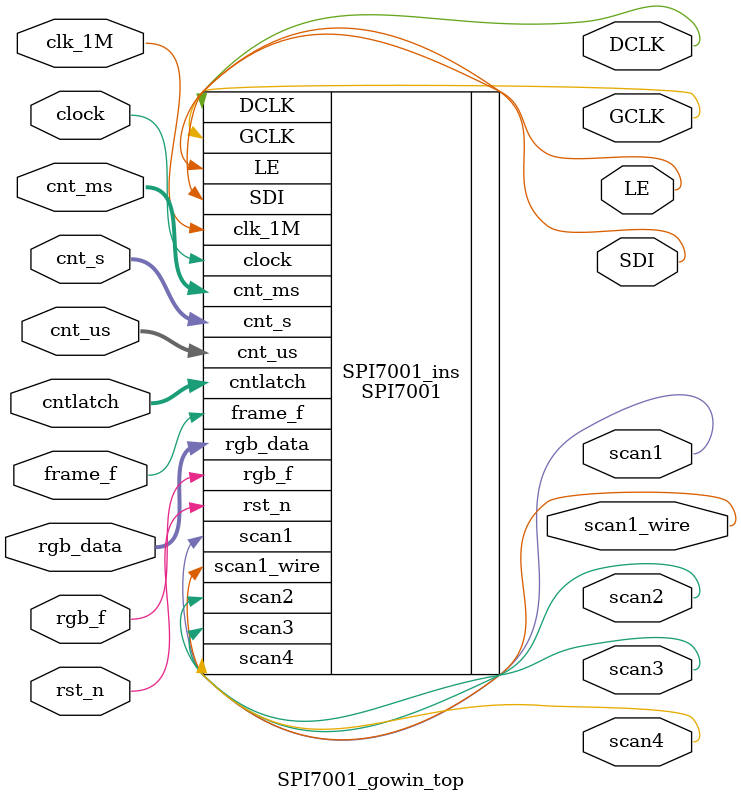
<source format=v>

module SPI7001_gowin_top (
    clock,
    clk_1M,
    rst_n,
    frame_f,
    rgb_f,
    rgb_data,
    cnt_s,
    cnt_ms,
    cnt_us,
    cntlatch,
    LE,
    DCLK,
    SDI,
    GCLK,
    scan1,
    scan2,
    scan3,
    scan4,
    scan1_wire
);
input clock;
input clk_1M;
input rst_n;
input frame_f;
input rgb_f;
input [95:0] rgb_data;
input [9:0] cnt_s;
input [9:0] cnt_ms;
input [9:0] cnt_us;
input [6:0] cntlatch;
output LE;
output DCLK;
output SDI;
output GCLK;
output scan1;
output scan2;
output scan3;
output scan4;
output scan1_wire;
SPI7001 SPI7001_ins (
    .clock(clock),
    .clk_1M(clk_1M),
    .rst_n(rst_n),
    .frame_f(frame_f),
    .rgb_f(rgb_f),
    .rgb_data(rgb_data[95:0]),
    .cnt_s(cnt_s[9:0]),
    .cnt_ms(cnt_ms[9:0]),
    .cnt_us(cnt_us[9:0]),
    .cntlatch(cntlatch[6:0]),
    .LE(LE),
    .DCLK(DCLK),
    .SDI(SDI),
    .GCLK(GCLK),
    .scan1(scan1),
    .scan2(scan2),
    .scan3(scan3),
    .scan4(scan4),
    .scan1_wire(scan1_wire)
);
endmodule

</source>
